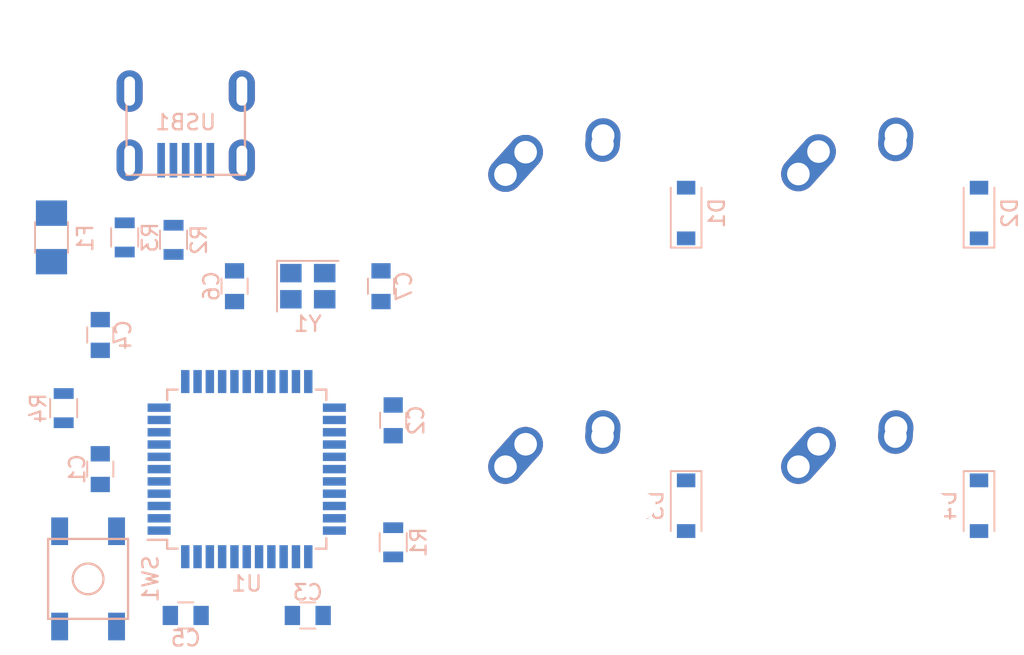
<source format=kicad_pcb>
(kicad_pcb (version 20171130) (host pcbnew "(5.1.6)-1")

  (general
    (thickness 1.6)
    (drawings 8)
    (tracks 0)
    (zones 0)
    (modules 24)
    (nets 49)
  )

  (page A4)
  (layers
    (0 F.Cu signal)
    (31 B.Cu signal)
    (32 B.Adhes user)
    (33 F.Adhes user)
    (34 B.Paste user)
    (35 F.Paste user)
    (36 B.SilkS user)
    (37 F.SilkS user)
    (38 B.Mask user)
    (39 F.Mask user)
    (40 Dwgs.User user)
    (41 Cmts.User user)
    (42 Eco1.User user)
    (43 Eco2.User user)
    (44 Edge.Cuts user)
    (45 Margin user)
    (46 B.CrtYd user)
    (47 F.CrtYd user)
    (48 B.Fab user)
    (49 F.Fab user)
  )

  (setup
    (last_trace_width 0.25)
    (trace_clearance 0.2)
    (zone_clearance 0.508)
    (zone_45_only no)
    (trace_min 0.2)
    (via_size 0.8)
    (via_drill 0.4)
    (via_min_size 0.4)
    (via_min_drill 0.3)
    (uvia_size 0.3)
    (uvia_drill 0.1)
    (uvias_allowed no)
    (uvia_min_size 0.2)
    (uvia_min_drill 0.1)
    (edge_width 0.05)
    (segment_width 0.2)
    (pcb_text_width 0.3)
    (pcb_text_size 1.5 1.5)
    (mod_edge_width 0.12)
    (mod_text_size 1 1)
    (mod_text_width 0.15)
    (pad_size 1.524 1.524)
    (pad_drill 0.762)
    (pad_to_mask_clearance 0.05)
    (aux_axis_origin 0 0)
    (visible_elements FFFDFF7F)
    (pcbplotparams
      (layerselection 0x010fc_ffffffff)
      (usegerberextensions false)
      (usegerberattributes true)
      (usegerberadvancedattributes true)
      (creategerberjobfile true)
      (excludeedgelayer true)
      (linewidth 0.100000)
      (plotframeref false)
      (viasonmask false)
      (mode 1)
      (useauxorigin false)
      (hpglpennumber 1)
      (hpglpenspeed 20)
      (hpglpendiameter 15.000000)
      (psnegative false)
      (psa4output false)
      (plotreference true)
      (plotvalue true)
      (plotinvisibletext false)
      (padsonsilk false)
      (subtractmaskfromsilk false)
      (outputformat 1)
      (mirror false)
      (drillshape 1)
      (scaleselection 1)
      (outputdirectory ""))
  )

  (net 0 "")
  (net 1 "Net-(C1-Pad1)")
  (net 2 GND)
  (net 3 +5V)
  (net 4 "Net-(C6-Pad1)")
  (net 5 "Net-(C7-Pad1)")
  (net 6 ROW0)
  (net 7 "Net-(D1-Pad2)")
  (net 8 ROW1)
  (net 9 "Net-(D2-Pad2)")
  (net 10 "Net-(D3-Pad2)")
  (net 11 "Net-(D4-Pad2)")
  (net 12 VCC)
  (net 13 COL0)
  (net 14 COL1)
  (net 15 "Net-(R1-Pad2)")
  (net 16 "Net-(R2-Pad1)")
  (net 17 D+)
  (net 18 "Net-(R3-Pad1)")
  (net 19 D-)
  (net 20 "Net-(R4-Pad2)")
  (net 21 "Net-(U1-Pad1)")
  (net 22 "Net-(U1-Pad8)")
  (net 23 "Net-(U1-Pad9)")
  (net 24 "Net-(U1-Pad10)")
  (net 25 "Net-(U1-Pad11)")
  (net 26 "Net-(U1-Pad12)")
  (net 27 "Net-(U1-Pad18)")
  (net 28 "Net-(U1-Pad19)")
  (net 29 "Net-(U1-Pad20)")
  (net 30 "Net-(U1-Pad21)")
  (net 31 "Net-(U1-Pad22)")
  (net 32 "Net-(U1-Pad25)")
  (net 33 "Net-(U1-Pad26)")
  (net 34 "Net-(U1-Pad27)")
  (net 35 "Net-(U1-Pad28)")
  (net 36 "Net-(U1-Pad29)")
  (net 37 "Net-(U1-Pad30)")
  (net 38 "Net-(U1-Pad31)")
  (net 39 "Net-(U1-Pad32)")
  (net 40 "Net-(U1-Pad36)")
  (net 41 "Net-(U1-Pad37)")
  (net 42 "Net-(U1-Pad38)")
  (net 43 "Net-(U1-Pad39)")
  (net 44 "Net-(U1-Pad40)")
  (net 45 "Net-(U1-Pad41)")
  (net 46 "Net-(U1-Pad42)")
  (net 47 "Net-(USB1-Pad6)")
  (net 48 "Net-(USB1-Pad2)")

  (net_class Default "This is the default net class."
    (clearance 0.2)
    (trace_width 0.25)
    (via_dia 0.8)
    (via_drill 0.4)
    (uvia_dia 0.3)
    (uvia_drill 0.1)
    (add_net COL0)
    (add_net COL1)
    (add_net D+)
    (add_net D-)
    (add_net "Net-(C1-Pad1)")
    (add_net "Net-(C6-Pad1)")
    (add_net "Net-(C7-Pad1)")
    (add_net "Net-(D1-Pad2)")
    (add_net "Net-(D2-Pad2)")
    (add_net "Net-(D3-Pad2)")
    (add_net "Net-(D4-Pad2)")
    (add_net "Net-(R1-Pad2)")
    (add_net "Net-(R2-Pad1)")
    (add_net "Net-(R3-Pad1)")
    (add_net "Net-(R4-Pad2)")
    (add_net "Net-(U1-Pad1)")
    (add_net "Net-(U1-Pad10)")
    (add_net "Net-(U1-Pad11)")
    (add_net "Net-(U1-Pad12)")
    (add_net "Net-(U1-Pad18)")
    (add_net "Net-(U1-Pad19)")
    (add_net "Net-(U1-Pad20)")
    (add_net "Net-(U1-Pad21)")
    (add_net "Net-(U1-Pad22)")
    (add_net "Net-(U1-Pad25)")
    (add_net "Net-(U1-Pad26)")
    (add_net "Net-(U1-Pad27)")
    (add_net "Net-(U1-Pad28)")
    (add_net "Net-(U1-Pad29)")
    (add_net "Net-(U1-Pad30)")
    (add_net "Net-(U1-Pad31)")
    (add_net "Net-(U1-Pad32)")
    (add_net "Net-(U1-Pad36)")
    (add_net "Net-(U1-Pad37)")
    (add_net "Net-(U1-Pad38)")
    (add_net "Net-(U1-Pad39)")
    (add_net "Net-(U1-Pad40)")
    (add_net "Net-(U1-Pad41)")
    (add_net "Net-(U1-Pad42)")
    (add_net "Net-(U1-Pad8)")
    (add_net "Net-(U1-Pad9)")
    (add_net "Net-(USB1-Pad2)")
    (add_net "Net-(USB1-Pad6)")
    (add_net ROW0)
    (add_net ROW1)
  )

  (net_class Power ""
    (clearance 0.2)
    (trace_width 0.38)
    (via_dia 0.8)
    (via_drill 0.4)
    (uvia_dia 0.3)
    (uvia_drill 0.1)
    (add_net +5V)
    (add_net GND)
    (add_net VCC)
  )

  (module Crystals:Crystal_SMD_3225-4pin_3.2x2.5mm (layer B.Cu) (tedit 58CD2E9C) (tstamp 5F025976)
    (at 151.60625 93.6625)
    (descr "SMD Crystal SERIES SMD3225/4 http://www.txccrystal.com/images/pdf/7m-accuracy.pdf, 3.2x2.5mm^2 package")
    (tags "SMD SMT crystal")
    (path /5F0289A2)
    (attr smd)
    (fp_text reference Y1 (at 0 2.45) (layer B.SilkS)
      (effects (font (size 1 1) (thickness 0.15)) (justify mirror))
    )
    (fp_text value 16MHz (at 0 -2.45) (layer B.Fab)
      (effects (font (size 1 1) (thickness 0.15)) (justify mirror))
    )
    (fp_line (start 2.1 1.7) (end -2.1 1.7) (layer B.CrtYd) (width 0.05))
    (fp_line (start 2.1 -1.7) (end 2.1 1.7) (layer B.CrtYd) (width 0.05))
    (fp_line (start -2.1 -1.7) (end 2.1 -1.7) (layer B.CrtYd) (width 0.05))
    (fp_line (start -2.1 1.7) (end -2.1 -1.7) (layer B.CrtYd) (width 0.05))
    (fp_line (start -2 -1.65) (end 2 -1.65) (layer B.SilkS) (width 0.12))
    (fp_line (start -2 1.65) (end -2 -1.65) (layer B.SilkS) (width 0.12))
    (fp_line (start -1.6 -0.25) (end -0.6 -1.25) (layer B.Fab) (width 0.1))
    (fp_line (start 1.6 1.25) (end -1.6 1.25) (layer B.Fab) (width 0.1))
    (fp_line (start 1.6 -1.25) (end 1.6 1.25) (layer B.Fab) (width 0.1))
    (fp_line (start -1.6 -1.25) (end 1.6 -1.25) (layer B.Fab) (width 0.1))
    (fp_line (start -1.6 1.25) (end -1.6 -1.25) (layer B.Fab) (width 0.1))
    (fp_text user %R (at 0 0) (layer B.Fab)
      (effects (font (size 0.7 0.7) (thickness 0.105)) (justify mirror))
    )
    (pad 1 smd rect (at -1.1 -0.85) (size 1.4 1.2) (layers B.Cu B.Paste B.Mask)
      (net 4 "Net-(C6-Pad1)"))
    (pad 2 smd rect (at 1.1 -0.85) (size 1.4 1.2) (layers B.Cu B.Paste B.Mask)
      (net 2 GND))
    (pad 3 smd rect (at 1.1 0.85) (size 1.4 1.2) (layers B.Cu B.Paste B.Mask)
      (net 5 "Net-(C7-Pad1)"))
    (pad 4 smd rect (at -1.1 0.85) (size 1.4 1.2) (layers B.Cu B.Paste B.Mask)
      (net 2 GND))
    (model ${KISYS3DMOD}/Crystals.3dshapes/Crystal_SMD_3225-4pin_3.2x2.5mm.wrl
      (at (xyz 0 0 0))
      (scale (xyz 1 1 1))
      (rotate (xyz 0 0 0))
    )
  )

  (module random-keyboard-parts:Molex-0548190589 (layer B.Cu) (tedit 5C494815) (tstamp 5F025973)
    (at 143.66875 80.9625 270)
    (path /5F023FBD)
    (attr smd)
    (fp_text reference USB1 (at 2.032 0 180) (layer B.SilkS)
      (effects (font (size 1 1) (thickness 0.15)) (justify mirror))
    )
    (fp_text value Molex-0548190589 (at -5.08 0 180) (layer Dwgs.User)
      (effects (font (size 1 1) (thickness 0.15)))
    )
    (fp_text user %R (at 2 0 180) (layer B.CrtYd)
      (effects (font (size 1 1) (thickness 0.15)) (justify mirror))
    )
    (fp_line (start -3.75 3.85) (end -3.75 -3.85) (layer Dwgs.User) (width 0.15))
    (fp_line (start -1.75 4.572) (end -1.75 -4.572) (layer Dwgs.User) (width 0.15))
    (fp_line (start -3.75 -3.85) (end 0 -3.85) (layer Dwgs.User) (width 0.15))
    (fp_line (start -3.75 3.85) (end 0 3.85) (layer Dwgs.User) (width 0.15))
    (fp_line (start 5.45 3.85) (end 5.45 -3.85) (layer B.SilkS) (width 0.15))
    (fp_line (start 0 -3.85) (end 5.45 -3.85) (layer B.SilkS) (width 0.15))
    (fp_line (start 0 3.85) (end 5.45 3.85) (layer B.SilkS) (width 0.15))
    (fp_line (start -3.75 3.75) (end 5.5 3.75) (layer B.CrtYd) (width 0.15))
    (fp_line (start 5.5 3.75) (end 5.5 -3.75) (layer B.CrtYd) (width 0.15))
    (fp_line (start 5.5 -3.75) (end -3.75 -3.75) (layer B.CrtYd) (width 0.15))
    (fp_line (start -3.75 -3.75) (end -3.75 3.75) (layer B.CrtYd) (width 0.15))
    (fp_line (start 5.5 2) (end 3.25 2) (layer B.CrtYd) (width 0.15))
    (fp_line (start 3.25 2) (end 3.25 -2) (layer B.CrtYd) (width 0.15))
    (fp_line (start 3.25 -2) (end 5.5 -2) (layer B.CrtYd) (width 0.15))
    (fp_line (start 5.5 -1.25) (end 3.25 -1.25) (layer B.CrtYd) (width 0.15))
    (fp_line (start 3.25 -0.5) (end 5.5 -0.5) (layer B.CrtYd) (width 0.15))
    (fp_line (start 5.5 0.5) (end 3.25 0.5) (layer B.CrtYd) (width 0.15))
    (fp_line (start 3.25 1.25) (end 5.5 1.25) (layer B.CrtYd) (width 0.15))
    (pad 6 thru_hole oval (at 0 3.65 270) (size 2.7 1.7) (drill oval 1.9 0.7) (layers *.Cu *.Mask)
      (net 47 "Net-(USB1-Pad6)"))
    (pad 6 thru_hole oval (at 0 -3.65 270) (size 2.7 1.7) (drill oval 1.9 0.7) (layers *.Cu *.Mask)
      (net 47 "Net-(USB1-Pad6)"))
    (pad 6 thru_hole oval (at 4.5 -3.65 270) (size 2.7 1.7) (drill oval 1.9 0.7) (layers *.Cu *.Mask)
      (net 47 "Net-(USB1-Pad6)"))
    (pad 6 thru_hole oval (at 4.5 3.65 270) (size 2.7 1.7) (drill oval 1.9 0.7) (layers *.Cu *.Mask)
      (net 47 "Net-(USB1-Pad6)"))
    (pad 5 smd rect (at 4.5 1.6 270) (size 2.25 0.5) (layers B.Cu B.Paste B.Mask)
      (net 12 VCC))
    (pad 4 smd rect (at 4.5 0.8 270) (size 2.25 0.5) (layers B.Cu B.Paste B.Mask)
      (net 19 D-))
    (pad 3 smd rect (at 4.5 0 270) (size 2.25 0.5) (layers B.Cu B.Paste B.Mask)
      (net 17 D+))
    (pad 2 smd rect (at 4.5 -0.8 270) (size 2.25 0.5) (layers B.Cu B.Paste B.Mask)
      (net 48 "Net-(USB1-Pad2)"))
    (pad 1 smd rect (at 4.5 -1.6 270) (size 2.25 0.5) (layers B.Cu B.Paste B.Mask)
      (net 2 GND))
  )

  (module Housings_QFP:TQFP-44_10x10mm_Pitch0.8mm (layer B.Cu) (tedit 58CC9A48) (tstamp 5F025953)
    (at 147.6375 105.56875)
    (descr "44-Lead Plastic Thin Quad Flatpack (PT) - 10x10x1.0 mm Body [TQFP] (see Microchip Packaging Specification 00000049BS.pdf)")
    (tags "QFP 0.8")
    (path /5F010F49)
    (attr smd)
    (fp_text reference U1 (at 0 7.45) (layer B.SilkS)
      (effects (font (size 1 1) (thickness 0.15)) (justify mirror))
    )
    (fp_text value ATmega32U4-AU (at 0 -7.45) (layer B.Fab)
      (effects (font (size 1 1) (thickness 0.15)) (justify mirror))
    )
    (fp_line (start -5.175 4.6) (end -6.45 4.6) (layer B.SilkS) (width 0.15))
    (fp_line (start 5.175 5.175) (end 4.5 5.175) (layer B.SilkS) (width 0.15))
    (fp_line (start 5.175 -5.175) (end 4.5 -5.175) (layer B.SilkS) (width 0.15))
    (fp_line (start -5.175 -5.175) (end -4.5 -5.175) (layer B.SilkS) (width 0.15))
    (fp_line (start -5.175 5.175) (end -4.5 5.175) (layer B.SilkS) (width 0.15))
    (fp_line (start -5.175 -5.175) (end -5.175 -4.5) (layer B.SilkS) (width 0.15))
    (fp_line (start 5.175 -5.175) (end 5.175 -4.5) (layer B.SilkS) (width 0.15))
    (fp_line (start 5.175 5.175) (end 5.175 4.5) (layer B.SilkS) (width 0.15))
    (fp_line (start -5.175 5.175) (end -5.175 4.6) (layer B.SilkS) (width 0.15))
    (fp_line (start -6.7 -6.7) (end 6.7 -6.7) (layer B.CrtYd) (width 0.05))
    (fp_line (start -6.7 6.7) (end 6.7 6.7) (layer B.CrtYd) (width 0.05))
    (fp_line (start 6.7 6.7) (end 6.7 -6.7) (layer B.CrtYd) (width 0.05))
    (fp_line (start -6.7 6.7) (end -6.7 -6.7) (layer B.CrtYd) (width 0.05))
    (fp_line (start -5 4) (end -4 5) (layer B.Fab) (width 0.15))
    (fp_line (start -5 -5) (end -5 4) (layer B.Fab) (width 0.15))
    (fp_line (start 5 -5) (end -5 -5) (layer B.Fab) (width 0.15))
    (fp_line (start 5 5) (end 5 -5) (layer B.Fab) (width 0.15))
    (fp_line (start -4 5) (end 5 5) (layer B.Fab) (width 0.15))
    (fp_text user %R (at 0 0) (layer B.Fab)
      (effects (font (size 1 1) (thickness 0.15)) (justify mirror))
    )
    (pad 1 smd rect (at -5.7 4) (size 1.5 0.55) (layers B.Cu B.Paste B.Mask)
      (net 21 "Net-(U1-Pad1)"))
    (pad 2 smd rect (at -5.7 3.2) (size 1.5 0.55) (layers B.Cu B.Paste B.Mask)
      (net 3 +5V))
    (pad 3 smd rect (at -5.7 2.4) (size 1.5 0.55) (layers B.Cu B.Paste B.Mask)
      (net 18 "Net-(R3-Pad1)"))
    (pad 4 smd rect (at -5.7 1.6) (size 1.5 0.55) (layers B.Cu B.Paste B.Mask)
      (net 16 "Net-(R2-Pad1)"))
    (pad 5 smd rect (at -5.7 0.8) (size 1.5 0.55) (layers B.Cu B.Paste B.Mask)
      (net 2 GND))
    (pad 6 smd rect (at -5.7 0) (size 1.5 0.55) (layers B.Cu B.Paste B.Mask)
      (net 1 "Net-(C1-Pad1)"))
    (pad 7 smd rect (at -5.7 -0.8) (size 1.5 0.55) (layers B.Cu B.Paste B.Mask)
      (net 3 +5V))
    (pad 8 smd rect (at -5.7 -1.6) (size 1.5 0.55) (layers B.Cu B.Paste B.Mask)
      (net 22 "Net-(U1-Pad8)"))
    (pad 9 smd rect (at -5.7 -2.4) (size 1.5 0.55) (layers B.Cu B.Paste B.Mask)
      (net 23 "Net-(U1-Pad9)"))
    (pad 10 smd rect (at -5.7 -3.2) (size 1.5 0.55) (layers B.Cu B.Paste B.Mask)
      (net 24 "Net-(U1-Pad10)"))
    (pad 11 smd rect (at -5.7 -4) (size 1.5 0.55) (layers B.Cu B.Paste B.Mask)
      (net 25 "Net-(U1-Pad11)"))
    (pad 12 smd rect (at -4 -5.7 270) (size 1.5 0.55) (layers B.Cu B.Paste B.Mask)
      (net 26 "Net-(U1-Pad12)"))
    (pad 13 smd rect (at -3.2 -5.7 270) (size 1.5 0.55) (layers B.Cu B.Paste B.Mask)
      (net 20 "Net-(R4-Pad2)"))
    (pad 14 smd rect (at -2.4 -5.7 270) (size 1.5 0.55) (layers B.Cu B.Paste B.Mask)
      (net 3 +5V))
    (pad 15 smd rect (at -1.6 -5.7 270) (size 1.5 0.55) (layers B.Cu B.Paste B.Mask)
      (net 2 GND))
    (pad 16 smd rect (at -0.8 -5.7 270) (size 1.5 0.55) (layers B.Cu B.Paste B.Mask)
      (net 5 "Net-(C7-Pad1)"))
    (pad 17 smd rect (at 0 -5.7 270) (size 1.5 0.55) (layers B.Cu B.Paste B.Mask)
      (net 4 "Net-(C6-Pad1)"))
    (pad 18 smd rect (at 0.8 -5.7 270) (size 1.5 0.55) (layers B.Cu B.Paste B.Mask)
      (net 27 "Net-(U1-Pad18)"))
    (pad 19 smd rect (at 1.6 -5.7 270) (size 1.5 0.55) (layers B.Cu B.Paste B.Mask)
      (net 28 "Net-(U1-Pad19)"))
    (pad 20 smd rect (at 2.4 -5.7 270) (size 1.5 0.55) (layers B.Cu B.Paste B.Mask)
      (net 29 "Net-(U1-Pad20)"))
    (pad 21 smd rect (at 3.2 -5.7 270) (size 1.5 0.55) (layers B.Cu B.Paste B.Mask)
      (net 30 "Net-(U1-Pad21)"))
    (pad 22 smd rect (at 4 -5.7 270) (size 1.5 0.55) (layers B.Cu B.Paste B.Mask)
      (net 31 "Net-(U1-Pad22)"))
    (pad 23 smd rect (at 5.7 -4) (size 1.5 0.55) (layers B.Cu B.Paste B.Mask)
      (net 2 GND))
    (pad 24 smd rect (at 5.7 -3.2) (size 1.5 0.55) (layers B.Cu B.Paste B.Mask)
      (net 3 +5V))
    (pad 25 smd rect (at 5.7 -2.4) (size 1.5 0.55) (layers B.Cu B.Paste B.Mask)
      (net 32 "Net-(U1-Pad25)"))
    (pad 26 smd rect (at 5.7 -1.6) (size 1.5 0.55) (layers B.Cu B.Paste B.Mask)
      (net 33 "Net-(U1-Pad26)"))
    (pad 27 smd rect (at 5.7 -0.8) (size 1.5 0.55) (layers B.Cu B.Paste B.Mask)
      (net 34 "Net-(U1-Pad27)"))
    (pad 28 smd rect (at 5.7 0) (size 1.5 0.55) (layers B.Cu B.Paste B.Mask)
      (net 35 "Net-(U1-Pad28)"))
    (pad 29 smd rect (at 5.7 0.8) (size 1.5 0.55) (layers B.Cu B.Paste B.Mask)
      (net 36 "Net-(U1-Pad29)"))
    (pad 30 smd rect (at 5.7 1.6) (size 1.5 0.55) (layers B.Cu B.Paste B.Mask)
      (net 37 "Net-(U1-Pad30)"))
    (pad 31 smd rect (at 5.7 2.4) (size 1.5 0.55) (layers B.Cu B.Paste B.Mask)
      (net 38 "Net-(U1-Pad31)"))
    (pad 32 smd rect (at 5.7 3.2) (size 1.5 0.55) (layers B.Cu B.Paste B.Mask)
      (net 39 "Net-(U1-Pad32)"))
    (pad 33 smd rect (at 5.7 4) (size 1.5 0.55) (layers B.Cu B.Paste B.Mask)
      (net 15 "Net-(R1-Pad2)"))
    (pad 34 smd rect (at 4 5.7 270) (size 1.5 0.55) (layers B.Cu B.Paste B.Mask)
      (net 3 +5V))
    (pad 35 smd rect (at 3.2 5.7 270) (size 1.5 0.55) (layers B.Cu B.Paste B.Mask)
      (net 2 GND))
    (pad 36 smd rect (at 2.4 5.7 270) (size 1.5 0.55) (layers B.Cu B.Paste B.Mask)
      (net 40 "Net-(U1-Pad36)"))
    (pad 37 smd rect (at 1.6 5.7 270) (size 1.5 0.55) (layers B.Cu B.Paste B.Mask)
      (net 41 "Net-(U1-Pad37)"))
    (pad 38 smd rect (at 0.8 5.7 270) (size 1.5 0.55) (layers B.Cu B.Paste B.Mask)
      (net 42 "Net-(U1-Pad38)"))
    (pad 39 smd rect (at 0 5.7 270) (size 1.5 0.55) (layers B.Cu B.Paste B.Mask)
      (net 43 "Net-(U1-Pad39)"))
    (pad 40 smd rect (at -0.8 5.7 270) (size 1.5 0.55) (layers B.Cu B.Paste B.Mask)
      (net 44 "Net-(U1-Pad40)"))
    (pad 41 smd rect (at -1.6 5.7 270) (size 1.5 0.55) (layers B.Cu B.Paste B.Mask)
      (net 45 "Net-(U1-Pad41)"))
    (pad 42 smd rect (at -2.4 5.7 270) (size 1.5 0.55) (layers B.Cu B.Paste B.Mask)
      (net 46 "Net-(U1-Pad42)"))
    (pad 43 smd rect (at -3.2 5.7 270) (size 1.5 0.55) (layers B.Cu B.Paste B.Mask)
      (net 2 GND))
    (pad 44 smd rect (at -4 5.7 270) (size 1.5 0.55) (layers B.Cu B.Paste B.Mask)
      (net 3 +5V))
    (model ${KISYS3DMOD}/Housings_QFP.3dshapes/TQFP-44_10x10mm_Pitch0.8mm.wrl
      (at (xyz 0 0 0))
      (scale (xyz 1 1 1))
      (rotate (xyz 0 0 0))
    )
  )

  (module random-keyboard-parts:SKQG-1155865 (layer B.Cu) (tedit 5E62B398) (tstamp 5F025950)
    (at 137.31875 112.7125 270)
    (path /5F0345AC)
    (attr smd)
    (fp_text reference SW1 (at 0 -4.064 90) (layer B.SilkS)
      (effects (font (size 1 1) (thickness 0.15)) (justify mirror))
    )
    (fp_text value SW_Push (at 0 4.064 90) (layer B.Fab)
      (effects (font (size 1 1) (thickness 0.15)) (justify mirror))
    )
    (fp_line (start -2.6 -1.1) (end -1.1 -2.6) (layer B.Fab) (width 0.15))
    (fp_line (start 2.6 -1.1) (end 1.1 -2.6) (layer B.Fab) (width 0.15))
    (fp_line (start 2.6 1.1) (end 1.1 2.6) (layer B.Fab) (width 0.15))
    (fp_line (start -2.6 1.1) (end -1.1 2.6) (layer B.Fab) (width 0.15))
    (fp_circle (center 0 0) (end 1 0) (layer B.Fab) (width 0.15))
    (fp_line (start -4.2 1.1) (end -4.2 2.6) (layer B.Fab) (width 0.15))
    (fp_line (start -2.6 1.1) (end -4.2 1.1) (layer B.Fab) (width 0.15))
    (fp_line (start -2.6 -1.1) (end -2.6 1.1) (layer B.Fab) (width 0.15))
    (fp_line (start -4.2 -1.1) (end -2.6 -1.1) (layer B.Fab) (width 0.15))
    (fp_line (start -4.2 -2.6) (end -4.2 -1.1) (layer B.Fab) (width 0.15))
    (fp_line (start 4.2 -2.6) (end -4.2 -2.6) (layer B.Fab) (width 0.15))
    (fp_line (start 4.2 -1.1) (end 4.2 -2.6) (layer B.Fab) (width 0.15))
    (fp_line (start 2.6 -1.1) (end 4.2 -1.1) (layer B.Fab) (width 0.15))
    (fp_line (start 2.6 1.1) (end 2.6 -1.1) (layer B.Fab) (width 0.15))
    (fp_line (start 4.2 1.1) (end 2.6 1.1) (layer B.Fab) (width 0.15))
    (fp_line (start 4.2 2.6) (end 4.2 1.2) (layer B.Fab) (width 0.15))
    (fp_line (start -4.2 2.6) (end 4.2 2.6) (layer B.Fab) (width 0.15))
    (fp_circle (center 0 0) (end 1 0) (layer B.SilkS) (width 0.15))
    (fp_line (start -2.6 -2.6) (end -2.6 2.6) (layer B.SilkS) (width 0.15))
    (fp_line (start 2.6 -2.6) (end -2.6 -2.6) (layer B.SilkS) (width 0.15))
    (fp_line (start 2.6 2.6) (end 2.6 -2.6) (layer B.SilkS) (width 0.15))
    (fp_line (start -2.6 2.6) (end 2.6 2.6) (layer B.SilkS) (width 0.15))
    (pad 4 smd rect (at -3.1 -1.85 270) (size 1.8 1.1) (layers B.Cu B.Paste B.Mask))
    (pad 3 smd rect (at 3.1 1.85 270) (size 1.8 1.1) (layers B.Cu B.Paste B.Mask))
    (pad 2 smd rect (at -3.1 1.85 270) (size 1.8 1.1) (layers B.Cu B.Paste B.Mask)
      (net 20 "Net-(R4-Pad2)"))
    (pad 1 smd rect (at 3.1 -1.85 270) (size 1.8 1.1) (layers B.Cu B.Paste B.Mask)
      (net 2 GND))
    (model ${KISYS3DMOD}/Button_Switch_SMD.3dshapes/SW_SPST_TL3342.step
      (at (xyz 0 0 0))
      (scale (xyz 1 1 1))
      (rotate (xyz 0 0 0))
    )
  )

  (module Resistors_SMD:R_0805 (layer B.Cu) (tedit 58E0A804) (tstamp 5F025932)
    (at 135.73125 101.6 270)
    (descr "Resistor SMD 0805, reflow soldering, Vishay (see dcrcw.pdf)")
    (tags "resistor 0805")
    (path /5F037262)
    (attr smd)
    (fp_text reference R4 (at 0 1.65 90) (layer B.SilkS)
      (effects (font (size 1 1) (thickness 0.15)) (justify mirror))
    )
    (fp_text value 10k (at 0 -1.75 90) (layer B.Fab)
      (effects (font (size 1 1) (thickness 0.15)) (justify mirror))
    )
    (fp_line (start 1.55 -0.9) (end -1.55 -0.9) (layer B.CrtYd) (width 0.05))
    (fp_line (start 1.55 -0.9) (end 1.55 0.9) (layer B.CrtYd) (width 0.05))
    (fp_line (start -1.55 0.9) (end -1.55 -0.9) (layer B.CrtYd) (width 0.05))
    (fp_line (start -1.55 0.9) (end 1.55 0.9) (layer B.CrtYd) (width 0.05))
    (fp_line (start -0.6 0.88) (end 0.6 0.88) (layer B.SilkS) (width 0.12))
    (fp_line (start 0.6 -0.88) (end -0.6 -0.88) (layer B.SilkS) (width 0.12))
    (fp_line (start -1 0.62) (end 1 0.62) (layer B.Fab) (width 0.1))
    (fp_line (start 1 0.62) (end 1 -0.62) (layer B.Fab) (width 0.1))
    (fp_line (start 1 -0.62) (end -1 -0.62) (layer B.Fab) (width 0.1))
    (fp_line (start -1 -0.62) (end -1 0.62) (layer B.Fab) (width 0.1))
    (fp_text user %R (at 0 0 90) (layer B.Fab)
      (effects (font (size 0.5 0.5) (thickness 0.075)) (justify mirror))
    )
    (pad 1 smd rect (at -0.95 0 270) (size 0.7 1.3) (layers B.Cu B.Paste B.Mask)
      (net 3 +5V))
    (pad 2 smd rect (at 0.95 0 270) (size 0.7 1.3) (layers B.Cu B.Paste B.Mask)
      (net 20 "Net-(R4-Pad2)"))
    (model ${KISYS3DMOD}/Resistors_SMD.3dshapes/R_0805.wrl
      (at (xyz 0 0 0))
      (scale (xyz 1 1 1))
      (rotate (xyz 0 0 0))
    )
  )

  (module Resistors_SMD:R_0805 (layer B.Cu) (tedit 58E0A804) (tstamp 5F02614E)
    (at 139.7 90.4875 90)
    (descr "Resistor SMD 0805, reflow soldering, Vishay (see dcrcw.pdf)")
    (tags "resistor 0805")
    (path /5F018238)
    (attr smd)
    (fp_text reference R3 (at 0 1.65 90) (layer B.SilkS)
      (effects (font (size 1 1) (thickness 0.15)) (justify mirror))
    )
    (fp_text value 22 (at 0 -1.75 90) (layer B.Fab)
      (effects (font (size 1 1) (thickness 0.15)) (justify mirror))
    )
    (fp_line (start 1.55 -0.9) (end -1.55 -0.9) (layer B.CrtYd) (width 0.05))
    (fp_line (start 1.55 -0.9) (end 1.55 0.9) (layer B.CrtYd) (width 0.05))
    (fp_line (start -1.55 0.9) (end -1.55 -0.9) (layer B.CrtYd) (width 0.05))
    (fp_line (start -1.55 0.9) (end 1.55 0.9) (layer B.CrtYd) (width 0.05))
    (fp_line (start -0.6 0.88) (end 0.6 0.88) (layer B.SilkS) (width 0.12))
    (fp_line (start 0.6 -0.88) (end -0.6 -0.88) (layer B.SilkS) (width 0.12))
    (fp_line (start -1 0.62) (end 1 0.62) (layer B.Fab) (width 0.1))
    (fp_line (start 1 0.62) (end 1 -0.62) (layer B.Fab) (width 0.1))
    (fp_line (start 1 -0.62) (end -1 -0.62) (layer B.Fab) (width 0.1))
    (fp_line (start -1 -0.62) (end -1 0.62) (layer B.Fab) (width 0.1))
    (fp_text user %R (at 0 0 90) (layer B.Fab)
      (effects (font (size 0.5 0.5) (thickness 0.075)) (justify mirror))
    )
    (pad 1 smd rect (at -0.95 0 90) (size 0.7 1.3) (layers B.Cu B.Paste B.Mask)
      (net 18 "Net-(R3-Pad1)"))
    (pad 2 smd rect (at 0.95 0 90) (size 0.7 1.3) (layers B.Cu B.Paste B.Mask)
      (net 19 D-))
    (model ${KISYS3DMOD}/Resistors_SMD.3dshapes/R_0805.wrl
      (at (xyz 0 0 0))
      (scale (xyz 1 1 1))
      (rotate (xyz 0 0 0))
    )
  )

  (module Resistors_SMD:R_0805 (layer B.Cu) (tedit 58E0A804) (tstamp 5F02592C)
    (at 142.875 90.64375 90)
    (descr "Resistor SMD 0805, reflow soldering, Vishay (see dcrcw.pdf)")
    (tags "resistor 0805")
    (path /5F0177BC)
    (attr smd)
    (fp_text reference R2 (at 0 1.65 90) (layer B.SilkS)
      (effects (font (size 1 1) (thickness 0.15)) (justify mirror))
    )
    (fp_text value 22 (at 0 -1.75 90) (layer B.Fab)
      (effects (font (size 1 1) (thickness 0.15)) (justify mirror))
    )
    (fp_line (start 1.55 -0.9) (end -1.55 -0.9) (layer B.CrtYd) (width 0.05))
    (fp_line (start 1.55 -0.9) (end 1.55 0.9) (layer B.CrtYd) (width 0.05))
    (fp_line (start -1.55 0.9) (end -1.55 -0.9) (layer B.CrtYd) (width 0.05))
    (fp_line (start -1.55 0.9) (end 1.55 0.9) (layer B.CrtYd) (width 0.05))
    (fp_line (start -0.6 0.88) (end 0.6 0.88) (layer B.SilkS) (width 0.12))
    (fp_line (start 0.6 -0.88) (end -0.6 -0.88) (layer B.SilkS) (width 0.12))
    (fp_line (start -1 0.62) (end 1 0.62) (layer B.Fab) (width 0.1))
    (fp_line (start 1 0.62) (end 1 -0.62) (layer B.Fab) (width 0.1))
    (fp_line (start 1 -0.62) (end -1 -0.62) (layer B.Fab) (width 0.1))
    (fp_line (start -1 -0.62) (end -1 0.62) (layer B.Fab) (width 0.1))
    (fp_text user %R (at 0 0 90) (layer B.Fab)
      (effects (font (size 0.5 0.5) (thickness 0.075)) (justify mirror))
    )
    (pad 1 smd rect (at -0.95 0 90) (size 0.7 1.3) (layers B.Cu B.Paste B.Mask)
      (net 16 "Net-(R2-Pad1)"))
    (pad 2 smd rect (at 0.95 0 90) (size 0.7 1.3) (layers B.Cu B.Paste B.Mask)
      (net 17 D+))
    (model ${KISYS3DMOD}/Resistors_SMD.3dshapes/R_0805.wrl
      (at (xyz 0 0 0))
      (scale (xyz 1 1 1))
      (rotate (xyz 0 0 0))
    )
  )

  (module Resistors_SMD:R_0805 (layer B.Cu) (tedit 58E0A804) (tstamp 5F025929)
    (at 157.1625 110.33125 90)
    (descr "Resistor SMD 0805, reflow soldering, Vishay (see dcrcw.pdf)")
    (tags "resistor 0805")
    (path /5F015A21)
    (attr smd)
    (fp_text reference R1 (at 0 1.65 90) (layer B.SilkS)
      (effects (font (size 1 1) (thickness 0.15)) (justify mirror))
    )
    (fp_text value 10k (at 0 -1.75 90) (layer B.Fab)
      (effects (font (size 1 1) (thickness 0.15)) (justify mirror))
    )
    (fp_line (start 1.55 -0.9) (end -1.55 -0.9) (layer B.CrtYd) (width 0.05))
    (fp_line (start 1.55 -0.9) (end 1.55 0.9) (layer B.CrtYd) (width 0.05))
    (fp_line (start -1.55 0.9) (end -1.55 -0.9) (layer B.CrtYd) (width 0.05))
    (fp_line (start -1.55 0.9) (end 1.55 0.9) (layer B.CrtYd) (width 0.05))
    (fp_line (start -0.6 0.88) (end 0.6 0.88) (layer B.SilkS) (width 0.12))
    (fp_line (start 0.6 -0.88) (end -0.6 -0.88) (layer B.SilkS) (width 0.12))
    (fp_line (start -1 0.62) (end 1 0.62) (layer B.Fab) (width 0.1))
    (fp_line (start 1 0.62) (end 1 -0.62) (layer B.Fab) (width 0.1))
    (fp_line (start 1 -0.62) (end -1 -0.62) (layer B.Fab) (width 0.1))
    (fp_line (start -1 -0.62) (end -1 0.62) (layer B.Fab) (width 0.1))
    (fp_text user %R (at 0 0 90) (layer B.Fab)
      (effects (font (size 0.5 0.5) (thickness 0.075)) (justify mirror))
    )
    (pad 1 smd rect (at -0.95 0 90) (size 0.7 1.3) (layers B.Cu B.Paste B.Mask)
      (net 2 GND))
    (pad 2 smd rect (at 0.95 0 90) (size 0.7 1.3) (layers B.Cu B.Paste B.Mask)
      (net 15 "Net-(R1-Pad2)"))
    (model ${KISYS3DMOD}/Resistors_SMD.3dshapes/R_0805.wrl
      (at (xyz 0 0 0))
      (scale (xyz 1 1 1))
      (rotate (xyz 0 0 0))
    )
  )

  (module MX_Alps_Hybrid:MX-1U-NoLED (layer F.Cu) (tedit 5A9F5203) (tstamp 5F025926)
    (at 187.325 107.95)
    (path /5F047878)
    (fp_text reference MX4 (at 0 3.175) (layer Dwgs.User)
      (effects (font (size 1 1) (thickness 0.15)))
    )
    (fp_text value MX-NoLED (at 0 -7.9375) (layer Dwgs.User)
      (effects (font (size 1 1) (thickness 0.15)))
    )
    (fp_line (start 5 -7) (end 7 -7) (layer Dwgs.User) (width 0.15))
    (fp_line (start 7 -7) (end 7 -5) (layer Dwgs.User) (width 0.15))
    (fp_line (start 5 7) (end 7 7) (layer Dwgs.User) (width 0.15))
    (fp_line (start 7 7) (end 7 5) (layer Dwgs.User) (width 0.15))
    (fp_line (start -7 5) (end -7 7) (layer Dwgs.User) (width 0.15))
    (fp_line (start -7 7) (end -5 7) (layer Dwgs.User) (width 0.15))
    (fp_line (start -5 -7) (end -7 -7) (layer Dwgs.User) (width 0.15))
    (fp_line (start -7 -7) (end -7 -5) (layer Dwgs.User) (width 0.15))
    (fp_line (start -9.525 -9.525) (end 9.525 -9.525) (layer Dwgs.User) (width 0.15))
    (fp_line (start 9.525 -9.525) (end 9.525 9.525) (layer Dwgs.User) (width 0.15))
    (fp_line (start 9.525 9.525) (end -9.525 9.525) (layer Dwgs.User) (width 0.15))
    (fp_line (start -9.525 9.525) (end -9.525 -9.525) (layer Dwgs.User) (width 0.15))
    (pad "" np_thru_hole circle (at 5.08 0 48.0996) (size 1.75 1.75) (drill 1.75) (layers *.Cu *.Mask))
    (pad "" np_thru_hole circle (at -5.08 0 48.0996) (size 1.75 1.75) (drill 1.75) (layers *.Cu *.Mask))
    (pad 1 thru_hole circle (at -2.5 -4) (size 2.25 2.25) (drill 1.47) (layers *.Cu B.Mask)
      (net 14 COL1))
    (pad "" np_thru_hole circle (at 0 0) (size 3.9878 3.9878) (drill 3.9878) (layers *.Cu *.Mask))
    (pad 1 thru_hole oval (at -3.81 -2.54 48.0996) (size 4.211556 2.25) (drill 1.47 (offset 0.980778 0)) (layers *.Cu B.Mask)
      (net 14 COL1))
    (pad 2 thru_hole circle (at 2.54 -5.08) (size 2.25 2.25) (drill 1.47) (layers *.Cu B.Mask)
      (net 11 "Net-(D4-Pad2)"))
    (pad 2 thru_hole oval (at 2.5 -4.5 86.0548) (size 2.831378 2.25) (drill 1.47 (offset 0.290689 0)) (layers *.Cu B.Mask)
      (net 11 "Net-(D4-Pad2)"))
  )

  (module MX_Alps_Hybrid:MX-1U-NoLED (layer F.Cu) (tedit 5A9F5203) (tstamp 5F02590F)
    (at 168.275 107.95)
    (path /5F042B31)
    (fp_text reference MX3 (at 0 3.175) (layer Dwgs.User)
      (effects (font (size 1 1) (thickness 0.15)))
    )
    (fp_text value MX-NoLED (at 0 -7.9375) (layer Dwgs.User)
      (effects (font (size 1 1) (thickness 0.15)))
    )
    (fp_line (start 5 -7) (end 7 -7) (layer Dwgs.User) (width 0.15))
    (fp_line (start 7 -7) (end 7 -5) (layer Dwgs.User) (width 0.15))
    (fp_line (start 5 7) (end 7 7) (layer Dwgs.User) (width 0.15))
    (fp_line (start 7 7) (end 7 5) (layer Dwgs.User) (width 0.15))
    (fp_line (start -7 5) (end -7 7) (layer Dwgs.User) (width 0.15))
    (fp_line (start -7 7) (end -5 7) (layer Dwgs.User) (width 0.15))
    (fp_line (start -5 -7) (end -7 -7) (layer Dwgs.User) (width 0.15))
    (fp_line (start -7 -7) (end -7 -5) (layer Dwgs.User) (width 0.15))
    (fp_line (start -9.525 -9.525) (end 9.525 -9.525) (layer Dwgs.User) (width 0.15))
    (fp_line (start 9.525 -9.525) (end 9.525 9.525) (layer Dwgs.User) (width 0.15))
    (fp_line (start 9.525 9.525) (end -9.525 9.525) (layer Dwgs.User) (width 0.15))
    (fp_line (start -9.525 9.525) (end -9.525 -9.525) (layer Dwgs.User) (width 0.15))
    (pad "" np_thru_hole circle (at 5.08 0 48.0996) (size 1.75 1.75) (drill 1.75) (layers *.Cu *.Mask))
    (pad "" np_thru_hole circle (at -5.08 0 48.0996) (size 1.75 1.75) (drill 1.75) (layers *.Cu *.Mask))
    (pad 1 thru_hole circle (at -2.5 -4) (size 2.25 2.25) (drill 1.47) (layers *.Cu B.Mask)
      (net 14 COL1))
    (pad "" np_thru_hole circle (at 0 0) (size 3.9878 3.9878) (drill 3.9878) (layers *.Cu *.Mask))
    (pad 1 thru_hole oval (at -3.81 -2.54 48.0996) (size 4.211556 2.25) (drill 1.47 (offset 0.980778 0)) (layers *.Cu B.Mask)
      (net 14 COL1))
    (pad 2 thru_hole circle (at 2.54 -5.08) (size 2.25 2.25) (drill 1.47) (layers *.Cu B.Mask)
      (net 10 "Net-(D3-Pad2)"))
    (pad 2 thru_hole oval (at 2.5 -4.5 86.0548) (size 2.831378 2.25) (drill 1.47 (offset 0.290689 0)) (layers *.Cu B.Mask)
      (net 10 "Net-(D3-Pad2)"))
  )

  (module MX_Alps_Hybrid:MX-1U-NoLED (layer F.Cu) (tedit 5A9F5203) (tstamp 5F0258F8)
    (at 187.325 88.9)
    (path /5F04504E)
    (fp_text reference MX2 (at 0 3.175) (layer Dwgs.User)
      (effects (font (size 1 1) (thickness 0.15)))
    )
    (fp_text value MX-NoLED (at 0 -7.9375) (layer Dwgs.User)
      (effects (font (size 1 1) (thickness 0.15)))
    )
    (fp_line (start 5 -7) (end 7 -7) (layer Dwgs.User) (width 0.15))
    (fp_line (start 7 -7) (end 7 -5) (layer Dwgs.User) (width 0.15))
    (fp_line (start 5 7) (end 7 7) (layer Dwgs.User) (width 0.15))
    (fp_line (start 7 7) (end 7 5) (layer Dwgs.User) (width 0.15))
    (fp_line (start -7 5) (end -7 7) (layer Dwgs.User) (width 0.15))
    (fp_line (start -7 7) (end -5 7) (layer Dwgs.User) (width 0.15))
    (fp_line (start -5 -7) (end -7 -7) (layer Dwgs.User) (width 0.15))
    (fp_line (start -7 -7) (end -7 -5) (layer Dwgs.User) (width 0.15))
    (fp_line (start -9.525 -9.525) (end 9.525 -9.525) (layer Dwgs.User) (width 0.15))
    (fp_line (start 9.525 -9.525) (end 9.525 9.525) (layer Dwgs.User) (width 0.15))
    (fp_line (start 9.525 9.525) (end -9.525 9.525) (layer Dwgs.User) (width 0.15))
    (fp_line (start -9.525 9.525) (end -9.525 -9.525) (layer Dwgs.User) (width 0.15))
    (pad "" np_thru_hole circle (at 5.08 0 48.0996) (size 1.75 1.75) (drill 1.75) (layers *.Cu *.Mask))
    (pad "" np_thru_hole circle (at -5.08 0 48.0996) (size 1.75 1.75) (drill 1.75) (layers *.Cu *.Mask))
    (pad 1 thru_hole circle (at -2.5 -4) (size 2.25 2.25) (drill 1.47) (layers *.Cu B.Mask)
      (net 13 COL0))
    (pad "" np_thru_hole circle (at 0 0) (size 3.9878 3.9878) (drill 3.9878) (layers *.Cu *.Mask))
    (pad 1 thru_hole oval (at -3.81 -2.54 48.0996) (size 4.211556 2.25) (drill 1.47 (offset 0.980778 0)) (layers *.Cu B.Mask)
      (net 13 COL0))
    (pad 2 thru_hole circle (at 2.54 -5.08) (size 2.25 2.25) (drill 1.47) (layers *.Cu B.Mask)
      (net 9 "Net-(D2-Pad2)"))
    (pad 2 thru_hole oval (at 2.5 -4.5 86.0548) (size 2.831378 2.25) (drill 1.47 (offset 0.290689 0)) (layers *.Cu B.Mask)
      (net 9 "Net-(D2-Pad2)"))
  )

  (module MX_Alps_Hybrid:MX-1U-NoLED (layer F.Cu) (tedit 5A9F5203) (tstamp 5F0258E1)
    (at 168.275 88.94)
    (path /5F03722E)
    (fp_text reference MX1 (at 0 3.175) (layer Dwgs.User)
      (effects (font (size 1 1) (thickness 0.15)))
    )
    (fp_text value MX-NoLED (at 0 -7.9375) (layer Dwgs.User)
      (effects (font (size 1 1) (thickness 0.15)))
    )
    (fp_line (start 5 -7) (end 7 -7) (layer Dwgs.User) (width 0.15))
    (fp_line (start 7 -7) (end 7 -5) (layer Dwgs.User) (width 0.15))
    (fp_line (start 5 7) (end 7 7) (layer Dwgs.User) (width 0.15))
    (fp_line (start 7 7) (end 7 5) (layer Dwgs.User) (width 0.15))
    (fp_line (start -7 5) (end -7 7) (layer Dwgs.User) (width 0.15))
    (fp_line (start -7 7) (end -5 7) (layer Dwgs.User) (width 0.15))
    (fp_line (start -5 -7) (end -7 -7) (layer Dwgs.User) (width 0.15))
    (fp_line (start -7 -7) (end -7 -5) (layer Dwgs.User) (width 0.15))
    (fp_line (start -9.525 -9.525) (end 9.525 -9.525) (layer Dwgs.User) (width 0.15))
    (fp_line (start 9.525 -9.525) (end 9.525 9.525) (layer Dwgs.User) (width 0.15))
    (fp_line (start 9.525 9.525) (end -9.525 9.525) (layer Dwgs.User) (width 0.15))
    (fp_line (start -9.525 9.525) (end -9.525 -9.525) (layer Dwgs.User) (width 0.15))
    (pad "" np_thru_hole circle (at 5.08 0 48.0996) (size 1.75 1.75) (drill 1.75) (layers *.Cu *.Mask))
    (pad "" np_thru_hole circle (at -5.08 0 48.0996) (size 1.75 1.75) (drill 1.75) (layers *.Cu *.Mask))
    (pad 1 thru_hole circle (at -2.5 -4) (size 2.25 2.25) (drill 1.47) (layers *.Cu B.Mask)
      (net 13 COL0))
    (pad "" np_thru_hole circle (at 0 0) (size 3.9878 3.9878) (drill 3.9878) (layers *.Cu *.Mask))
    (pad 1 thru_hole oval (at -3.81 -2.54 48.0996) (size 4.211556 2.25) (drill 1.47 (offset 0.980778 0)) (layers *.Cu B.Mask)
      (net 13 COL0))
    (pad 2 thru_hole circle (at 2.54 -5.08) (size 2.25 2.25) (drill 1.47) (layers *.Cu B.Mask)
      (net 7 "Net-(D1-Pad2)"))
    (pad 2 thru_hole oval (at 2.5 -4.5 86.0548) (size 2.831378 2.25) (drill 1.47 (offset 0.290689 0)) (layers *.Cu B.Mask)
      (net 7 "Net-(D1-Pad2)"))
  )

  (module Fuse_Holders_and_Fuses:Fuse_SMD1206_Wave (layer B.Cu) (tedit 0) (tstamp 5F0258CA)
    (at 134.9375 90.4875 90)
    (descr "Fuse, Sicherung, SMD1206, Littlefuse-Wickmann 433 Series, Wave,")
    (tags "Fuse Sicherung SMD1206 Littlefuse-Wickmann 433 Series Wave ")
    (path /5F02C5E8)
    (attr smd)
    (fp_text reference F1 (at -0.05 2.2 90) (layer B.SilkS)
      (effects (font (size 1 1) (thickness 0.15)) (justify mirror))
    )
    (fp_text value 500mA (at -0.15 -2.5 90) (layer B.Fab)
      (effects (font (size 1 1) (thickness 0.15)) (justify mirror))
    )
    (fp_line (start 2.85 -1.08) (end -2.85 -1.08) (layer B.CrtYd) (width 0.05))
    (fp_line (start 2.85 -1.08) (end 2.85 1.08) (layer B.CrtYd) (width 0.05))
    (fp_line (start -2.85 1.08) (end -2.85 -1.08) (layer B.CrtYd) (width 0.05))
    (fp_line (start -2.85 1.08) (end 2.85 1.08) (layer B.CrtYd) (width 0.05))
    (fp_line (start -1 1.07) (end 1 1.07) (layer B.SilkS) (width 0.12))
    (fp_line (start 1 -1.07) (end -1 -1.07) (layer B.SilkS) (width 0.12))
    (fp_line (start -1.6 0.8) (end 1.6 0.8) (layer B.Fab) (width 0.1))
    (fp_line (start 1.6 0.8) (end 1.6 -0.8) (layer B.Fab) (width 0.1))
    (fp_line (start 1.6 -0.8) (end -1.6 -0.8) (layer B.Fab) (width 0.1))
    (fp_line (start -1.6 -0.8) (end -1.6 0.8) (layer B.Fab) (width 0.1))
    (pad 1 smd rect (at -1.58 0) (size 2.03 1.65) (layers B.Cu B.Paste B.Mask)
      (net 3 +5V))
    (pad 2 smd rect (at 1.58 0) (size 2.03 1.65) (layers B.Cu B.Paste B.Mask)
      (net 12 VCC))
  )

  (module Diodes_SMD:D_SOD-123 (layer B.Cu) (tedit 58645DC7) (tstamp 5F0258C7)
    (at 195.2625 107.95 270)
    (descr SOD-123)
    (tags SOD-123)
    (path /5F047882)
    (attr smd)
    (fp_text reference D4 (at 0 2 90) (layer B.SilkS)
      (effects (font (size 1 1) (thickness 0.15)) (justify mirror))
    )
    (fp_text value D_Small (at 0 -2.1 90) (layer B.Fab)
      (effects (font (size 1 1) (thickness 0.15)) (justify mirror))
    )
    (fp_line (start -2.25 1) (end 1.65 1) (layer B.SilkS) (width 0.12))
    (fp_line (start -2.25 -1) (end 1.65 -1) (layer B.SilkS) (width 0.12))
    (fp_line (start -2.35 1.15) (end -2.35 -1.15) (layer B.CrtYd) (width 0.05))
    (fp_line (start 2.35 -1.15) (end -2.35 -1.15) (layer B.CrtYd) (width 0.05))
    (fp_line (start 2.35 1.15) (end 2.35 -1.15) (layer B.CrtYd) (width 0.05))
    (fp_line (start -2.35 1.15) (end 2.35 1.15) (layer B.CrtYd) (width 0.05))
    (fp_line (start -1.4 0.9) (end 1.4 0.9) (layer B.Fab) (width 0.1))
    (fp_line (start 1.4 0.9) (end 1.4 -0.9) (layer B.Fab) (width 0.1))
    (fp_line (start 1.4 -0.9) (end -1.4 -0.9) (layer B.Fab) (width 0.1))
    (fp_line (start -1.4 -0.9) (end -1.4 0.9) (layer B.Fab) (width 0.1))
    (fp_line (start -0.75 0) (end -0.35 0) (layer B.Fab) (width 0.1))
    (fp_line (start -0.35 0) (end -0.35 0.55) (layer B.Fab) (width 0.1))
    (fp_line (start -0.35 0) (end -0.35 -0.55) (layer B.Fab) (width 0.1))
    (fp_line (start -0.35 0) (end 0.25 0.4) (layer B.Fab) (width 0.1))
    (fp_line (start 0.25 0.4) (end 0.25 -0.4) (layer B.Fab) (width 0.1))
    (fp_line (start 0.25 -0.4) (end -0.35 0) (layer B.Fab) (width 0.1))
    (fp_line (start 0.25 0) (end 0.75 0) (layer B.Fab) (width 0.1))
    (fp_line (start -2.25 1) (end -2.25 -1) (layer B.SilkS) (width 0.12))
    (fp_text user %R (at 0 2 90) (layer B.Fab)
      (effects (font (size 1 1) (thickness 0.15)) (justify mirror))
    )
    (pad 1 smd rect (at -1.65 0 270) (size 0.9 1.2) (layers B.Cu B.Paste B.Mask)
      (net 8 ROW1))
    (pad 2 smd rect (at 1.65 0 270) (size 0.9 1.2) (layers B.Cu B.Paste B.Mask)
      (net 11 "Net-(D4-Pad2)"))
    (model ${KISYS3DMOD}/Diodes_SMD.3dshapes/D_SOD-123.wrl
      (at (xyz 0 0 0))
      (scale (xyz 1 1 1))
      (rotate (xyz 0 0 0))
    )
  )

  (module Diodes_SMD:D_SOD-123 (layer B.Cu) (tedit 58645DC7) (tstamp 5F0258C4)
    (at 176.2125 107.95 270)
    (descr SOD-123)
    (tags SOD-123)
    (path /5F042B3B)
    (attr smd)
    (fp_text reference D3 (at 0 2 90) (layer B.SilkS)
      (effects (font (size 1 1) (thickness 0.15)) (justify mirror))
    )
    (fp_text value D_Small (at 0 -2.1 90) (layer B.Fab)
      (effects (font (size 1 1) (thickness 0.15)) (justify mirror))
    )
    (fp_line (start -2.25 1) (end 1.65 1) (layer B.SilkS) (width 0.12))
    (fp_line (start -2.25 -1) (end 1.65 -1) (layer B.SilkS) (width 0.12))
    (fp_line (start -2.35 1.15) (end -2.35 -1.15) (layer B.CrtYd) (width 0.05))
    (fp_line (start 2.35 -1.15) (end -2.35 -1.15) (layer B.CrtYd) (width 0.05))
    (fp_line (start 2.35 1.15) (end 2.35 -1.15) (layer B.CrtYd) (width 0.05))
    (fp_line (start -2.35 1.15) (end 2.35 1.15) (layer B.CrtYd) (width 0.05))
    (fp_line (start -1.4 0.9) (end 1.4 0.9) (layer B.Fab) (width 0.1))
    (fp_line (start 1.4 0.9) (end 1.4 -0.9) (layer B.Fab) (width 0.1))
    (fp_line (start 1.4 -0.9) (end -1.4 -0.9) (layer B.Fab) (width 0.1))
    (fp_line (start -1.4 -0.9) (end -1.4 0.9) (layer B.Fab) (width 0.1))
    (fp_line (start -0.75 0) (end -0.35 0) (layer B.Fab) (width 0.1))
    (fp_line (start -0.35 0) (end -0.35 0.55) (layer B.Fab) (width 0.1))
    (fp_line (start -0.35 0) (end -0.35 -0.55) (layer B.Fab) (width 0.1))
    (fp_line (start -0.35 0) (end 0.25 0.4) (layer B.Fab) (width 0.1))
    (fp_line (start 0.25 0.4) (end 0.25 -0.4) (layer B.Fab) (width 0.1))
    (fp_line (start 0.25 -0.4) (end -0.35 0) (layer B.Fab) (width 0.1))
    (fp_line (start 0.25 0) (end 0.75 0) (layer B.Fab) (width 0.1))
    (fp_line (start -2.25 1) (end -2.25 -1) (layer B.SilkS) (width 0.12))
    (fp_text user %R (at 0 2 90) (layer B.Fab)
      (effects (font (size 1 1) (thickness 0.15)) (justify mirror))
    )
    (pad 1 smd rect (at -1.65 0 270) (size 0.9 1.2) (layers B.Cu B.Paste B.Mask)
      (net 6 ROW0))
    (pad 2 smd rect (at 1.65 0 270) (size 0.9 1.2) (layers B.Cu B.Paste B.Mask)
      (net 10 "Net-(D3-Pad2)"))
    (model ${KISYS3DMOD}/Diodes_SMD.3dshapes/D_SOD-123.wrl
      (at (xyz 0 0 0))
      (scale (xyz 1 1 1))
      (rotate (xyz 0 0 0))
    )
  )

  (module Diodes_SMD:D_SOD-123 (layer B.Cu) (tedit 58645DC7) (tstamp 5F0258C1)
    (at 195.2625 88.9 90)
    (descr SOD-123)
    (tags SOD-123)
    (path /5F045058)
    (attr smd)
    (fp_text reference D2 (at 0 2 90) (layer B.SilkS)
      (effects (font (size 1 1) (thickness 0.15)) (justify mirror))
    )
    (fp_text value D_Small (at 0 -2.1 90) (layer B.Fab)
      (effects (font (size 1 1) (thickness 0.15)) (justify mirror))
    )
    (fp_line (start -2.25 1) (end 1.65 1) (layer B.SilkS) (width 0.12))
    (fp_line (start -2.25 -1) (end 1.65 -1) (layer B.SilkS) (width 0.12))
    (fp_line (start -2.35 1.15) (end -2.35 -1.15) (layer B.CrtYd) (width 0.05))
    (fp_line (start 2.35 -1.15) (end -2.35 -1.15) (layer B.CrtYd) (width 0.05))
    (fp_line (start 2.35 1.15) (end 2.35 -1.15) (layer B.CrtYd) (width 0.05))
    (fp_line (start -2.35 1.15) (end 2.35 1.15) (layer B.CrtYd) (width 0.05))
    (fp_line (start -1.4 0.9) (end 1.4 0.9) (layer B.Fab) (width 0.1))
    (fp_line (start 1.4 0.9) (end 1.4 -0.9) (layer B.Fab) (width 0.1))
    (fp_line (start 1.4 -0.9) (end -1.4 -0.9) (layer B.Fab) (width 0.1))
    (fp_line (start -1.4 -0.9) (end -1.4 0.9) (layer B.Fab) (width 0.1))
    (fp_line (start -0.75 0) (end -0.35 0) (layer B.Fab) (width 0.1))
    (fp_line (start -0.35 0) (end -0.35 0.55) (layer B.Fab) (width 0.1))
    (fp_line (start -0.35 0) (end -0.35 -0.55) (layer B.Fab) (width 0.1))
    (fp_line (start -0.35 0) (end 0.25 0.4) (layer B.Fab) (width 0.1))
    (fp_line (start 0.25 0.4) (end 0.25 -0.4) (layer B.Fab) (width 0.1))
    (fp_line (start 0.25 -0.4) (end -0.35 0) (layer B.Fab) (width 0.1))
    (fp_line (start 0.25 0) (end 0.75 0) (layer B.Fab) (width 0.1))
    (fp_line (start -2.25 1) (end -2.25 -1) (layer B.SilkS) (width 0.12))
    (fp_text user %R (at 0 2 90) (layer B.Fab)
      (effects (font (size 1 1) (thickness 0.15)) (justify mirror))
    )
    (pad 1 smd rect (at -1.65 0 90) (size 0.9 1.2) (layers B.Cu B.Paste B.Mask)
      (net 8 ROW1))
    (pad 2 smd rect (at 1.65 0 90) (size 0.9 1.2) (layers B.Cu B.Paste B.Mask)
      (net 9 "Net-(D2-Pad2)"))
    (model ${KISYS3DMOD}/Diodes_SMD.3dshapes/D_SOD-123.wrl
      (at (xyz 0 0 0))
      (scale (xyz 1 1 1))
      (rotate (xyz 0 0 0))
    )
  )

  (module Diodes_SMD:D_SOD-123 (layer B.Cu) (tedit 58645DC7) (tstamp 5F0258BE)
    (at 176.2125 88.9 90)
    (descr SOD-123)
    (tags SOD-123)
    (path /5F03805F)
    (attr smd)
    (fp_text reference D1 (at 0 2 270) (layer B.SilkS)
      (effects (font (size 1 1) (thickness 0.15)) (justify mirror))
    )
    (fp_text value D_Small (at 0 -2.1 270) (layer B.Fab)
      (effects (font (size 1 1) (thickness 0.15)) (justify mirror))
    )
    (fp_line (start -2.25 1) (end 1.65 1) (layer B.SilkS) (width 0.12))
    (fp_line (start -2.25 -1) (end 1.65 -1) (layer B.SilkS) (width 0.12))
    (fp_line (start -2.35 1.15) (end -2.35 -1.15) (layer B.CrtYd) (width 0.05))
    (fp_line (start 2.35 -1.15) (end -2.35 -1.15) (layer B.CrtYd) (width 0.05))
    (fp_line (start 2.35 1.15) (end 2.35 -1.15) (layer B.CrtYd) (width 0.05))
    (fp_line (start -2.35 1.15) (end 2.35 1.15) (layer B.CrtYd) (width 0.05))
    (fp_line (start -1.4 0.9) (end 1.4 0.9) (layer B.Fab) (width 0.1))
    (fp_line (start 1.4 0.9) (end 1.4 -0.9) (layer B.Fab) (width 0.1))
    (fp_line (start 1.4 -0.9) (end -1.4 -0.9) (layer B.Fab) (width 0.1))
    (fp_line (start -1.4 -0.9) (end -1.4 0.9) (layer B.Fab) (width 0.1))
    (fp_line (start -0.75 0) (end -0.35 0) (layer B.Fab) (width 0.1))
    (fp_line (start -0.35 0) (end -0.35 0.55) (layer B.Fab) (width 0.1))
    (fp_line (start -0.35 0) (end -0.35 -0.55) (layer B.Fab) (width 0.1))
    (fp_line (start -0.35 0) (end 0.25 0.4) (layer B.Fab) (width 0.1))
    (fp_line (start 0.25 0.4) (end 0.25 -0.4) (layer B.Fab) (width 0.1))
    (fp_line (start 0.25 -0.4) (end -0.35 0) (layer B.Fab) (width 0.1))
    (fp_line (start 0.25 0) (end 0.75 0) (layer B.Fab) (width 0.1))
    (fp_line (start -2.25 1) (end -2.25 -1) (layer B.SilkS) (width 0.12))
    (fp_text user %R (at 0 2 270) (layer B.Fab)
      (effects (font (size 1 1) (thickness 0.15)) (justify mirror))
    )
    (pad 1 smd rect (at -1.65 0 90) (size 0.9 1.2) (layers B.Cu B.Paste B.Mask)
      (net 6 ROW0))
    (pad 2 smd rect (at 1.65 0 90) (size 0.9 1.2) (layers B.Cu B.Paste B.Mask)
      (net 7 "Net-(D1-Pad2)"))
    (model ${KISYS3DMOD}/Diodes_SMD.3dshapes/D_SOD-123.wrl
      (at (xyz 0 0 0))
      (scale (xyz 1 1 1))
      (rotate (xyz 0 0 0))
    )
  )

  (module Capacitors_SMD:C_0805 (layer B.Cu) (tedit 58AA8463) (tstamp 5F0258BB)
    (at 156.36875 93.6625 90)
    (descr "Capacitor SMD 0805, reflow soldering, AVX (see smccp.pdf)")
    (tags "capacitor 0805")
    (path /5F02C820)
    (attr smd)
    (fp_text reference C7 (at 0 1.5 90) (layer B.SilkS)
      (effects (font (size 1 1) (thickness 0.15)) (justify mirror))
    )
    (fp_text value 22pF (at 0 -1.75 90) (layer B.Fab)
      (effects (font (size 1 1) (thickness 0.15)) (justify mirror))
    )
    (fp_line (start 1.75 -0.87) (end -1.75 -0.87) (layer B.CrtYd) (width 0.05))
    (fp_line (start 1.75 -0.87) (end 1.75 0.88) (layer B.CrtYd) (width 0.05))
    (fp_line (start -1.75 0.88) (end -1.75 -0.87) (layer B.CrtYd) (width 0.05))
    (fp_line (start -1.75 0.88) (end 1.75 0.88) (layer B.CrtYd) (width 0.05))
    (fp_line (start -0.5 -0.85) (end 0.5 -0.85) (layer B.SilkS) (width 0.12))
    (fp_line (start 0.5 0.85) (end -0.5 0.85) (layer B.SilkS) (width 0.12))
    (fp_line (start -1 0.62) (end 1 0.62) (layer B.Fab) (width 0.1))
    (fp_line (start 1 0.62) (end 1 -0.62) (layer B.Fab) (width 0.1))
    (fp_line (start 1 -0.62) (end -1 -0.62) (layer B.Fab) (width 0.1))
    (fp_line (start -1 -0.62) (end -1 0.62) (layer B.Fab) (width 0.1))
    (fp_text user %R (at 0 1.5 90) (layer B.Fab)
      (effects (font (size 1 1) (thickness 0.15)) (justify mirror))
    )
    (pad 1 smd rect (at -1 0 90) (size 1 1.25) (layers B.Cu B.Paste B.Mask)
      (net 5 "Net-(C7-Pad1)"))
    (pad 2 smd rect (at 1 0 90) (size 1 1.25) (layers B.Cu B.Paste B.Mask)
      (net 2 GND))
    (model Capacitors_SMD.3dshapes/C_0805.wrl
      (at (xyz 0 0 0))
      (scale (xyz 1 1 1))
      (rotate (xyz 0 0 0))
    )
  )

  (module Capacitors_SMD:C_0805 (layer B.Cu) (tedit 58AA8463) (tstamp 5F0258B8)
    (at 146.84375 93.6625 270)
    (descr "Capacitor SMD 0805, reflow soldering, AVX (see smccp.pdf)")
    (tags "capacitor 0805")
    (path /5F02BD1C)
    (attr smd)
    (fp_text reference C6 (at 0 1.5 90) (layer B.SilkS)
      (effects (font (size 1 1) (thickness 0.15)) (justify mirror))
    )
    (fp_text value 22pF (at 0 -1.75 90) (layer B.Fab)
      (effects (font (size 1 1) (thickness 0.15)) (justify mirror))
    )
    (fp_line (start 1.75 -0.87) (end -1.75 -0.87) (layer B.CrtYd) (width 0.05))
    (fp_line (start 1.75 -0.87) (end 1.75 0.88) (layer B.CrtYd) (width 0.05))
    (fp_line (start -1.75 0.88) (end -1.75 -0.87) (layer B.CrtYd) (width 0.05))
    (fp_line (start -1.75 0.88) (end 1.75 0.88) (layer B.CrtYd) (width 0.05))
    (fp_line (start -0.5 -0.85) (end 0.5 -0.85) (layer B.SilkS) (width 0.12))
    (fp_line (start 0.5 0.85) (end -0.5 0.85) (layer B.SilkS) (width 0.12))
    (fp_line (start -1 0.62) (end 1 0.62) (layer B.Fab) (width 0.1))
    (fp_line (start 1 0.62) (end 1 -0.62) (layer B.Fab) (width 0.1))
    (fp_line (start 1 -0.62) (end -1 -0.62) (layer B.Fab) (width 0.1))
    (fp_line (start -1 -0.62) (end -1 0.62) (layer B.Fab) (width 0.1))
    (fp_text user %R (at 0 1.5 90) (layer B.Fab)
      (effects (font (size 1 1) (thickness 0.15)) (justify mirror))
    )
    (pad 1 smd rect (at -1 0 270) (size 1 1.25) (layers B.Cu B.Paste B.Mask)
      (net 4 "Net-(C6-Pad1)"))
    (pad 2 smd rect (at 1 0 270) (size 1 1.25) (layers B.Cu B.Paste B.Mask)
      (net 2 GND))
    (model Capacitors_SMD.3dshapes/C_0805.wrl
      (at (xyz 0 0 0))
      (scale (xyz 1 1 1))
      (rotate (xyz 0 0 0))
    )
  )

  (module Capacitors_SMD:C_0805 (layer B.Cu) (tedit 58AA8463) (tstamp 5F0258B5)
    (at 143.66875 115.09375)
    (descr "Capacitor SMD 0805, reflow soldering, AVX (see smccp.pdf)")
    (tags "capacitor 0805")
    (path /5F01F36B)
    (attr smd)
    (fp_text reference C5 (at 0 1.5) (layer B.SilkS)
      (effects (font (size 1 1) (thickness 0.15)) (justify mirror))
    )
    (fp_text value 10uF (at 0 -1.75) (layer B.Fab)
      (effects (font (size 1 1) (thickness 0.15)) (justify mirror))
    )
    (fp_line (start 1.75 -0.87) (end -1.75 -0.87) (layer B.CrtYd) (width 0.05))
    (fp_line (start 1.75 -0.87) (end 1.75 0.88) (layer B.CrtYd) (width 0.05))
    (fp_line (start -1.75 0.88) (end -1.75 -0.87) (layer B.CrtYd) (width 0.05))
    (fp_line (start -1.75 0.88) (end 1.75 0.88) (layer B.CrtYd) (width 0.05))
    (fp_line (start -0.5 -0.85) (end 0.5 -0.85) (layer B.SilkS) (width 0.12))
    (fp_line (start 0.5 0.85) (end -0.5 0.85) (layer B.SilkS) (width 0.12))
    (fp_line (start -1 0.62) (end 1 0.62) (layer B.Fab) (width 0.1))
    (fp_line (start 1 0.62) (end 1 -0.62) (layer B.Fab) (width 0.1))
    (fp_line (start 1 -0.62) (end -1 -0.62) (layer B.Fab) (width 0.1))
    (fp_line (start -1 -0.62) (end -1 0.62) (layer B.Fab) (width 0.1))
    (fp_text user %R (at 0 1.5) (layer B.Fab)
      (effects (font (size 1 1) (thickness 0.15)) (justify mirror))
    )
    (pad 1 smd rect (at -1 0) (size 1 1.25) (layers B.Cu B.Paste B.Mask)
      (net 3 +5V))
    (pad 2 smd rect (at 1 0) (size 1 1.25) (layers B.Cu B.Paste B.Mask)
      (net 2 GND))
    (model Capacitors_SMD.3dshapes/C_0805.wrl
      (at (xyz 0 0 0))
      (scale (xyz 1 1 1))
      (rotate (xyz 0 0 0))
    )
  )

  (module Capacitors_SMD:C_0805 (layer B.Cu) (tedit 58AA8463) (tstamp 5F0258B2)
    (at 138.1125 96.8375 90)
    (descr "Capacitor SMD 0805, reflow soldering, AVX (see smccp.pdf)")
    (tags "capacitor 0805")
    (path /5F01ED36)
    (attr smd)
    (fp_text reference C4 (at 0 1.5 90) (layer B.SilkS)
      (effects (font (size 1 1) (thickness 0.15)) (justify mirror))
    )
    (fp_text value 0.1uF (at 0 -1.75 90) (layer B.Fab)
      (effects (font (size 1 1) (thickness 0.15)) (justify mirror))
    )
    (fp_line (start 1.75 -0.87) (end -1.75 -0.87) (layer B.CrtYd) (width 0.05))
    (fp_line (start 1.75 -0.87) (end 1.75 0.88) (layer B.CrtYd) (width 0.05))
    (fp_line (start -1.75 0.88) (end -1.75 -0.87) (layer B.CrtYd) (width 0.05))
    (fp_line (start -1.75 0.88) (end 1.75 0.88) (layer B.CrtYd) (width 0.05))
    (fp_line (start -0.5 -0.85) (end 0.5 -0.85) (layer B.SilkS) (width 0.12))
    (fp_line (start 0.5 0.85) (end -0.5 0.85) (layer B.SilkS) (width 0.12))
    (fp_line (start -1 0.62) (end 1 0.62) (layer B.Fab) (width 0.1))
    (fp_line (start 1 0.62) (end 1 -0.62) (layer B.Fab) (width 0.1))
    (fp_line (start 1 -0.62) (end -1 -0.62) (layer B.Fab) (width 0.1))
    (fp_line (start -1 -0.62) (end -1 0.62) (layer B.Fab) (width 0.1))
    (fp_text user %R (at 0 1.5 90) (layer B.Fab)
      (effects (font (size 1 1) (thickness 0.15)) (justify mirror))
    )
    (pad 1 smd rect (at -1 0 90) (size 1 1.25) (layers B.Cu B.Paste B.Mask)
      (net 3 +5V))
    (pad 2 smd rect (at 1 0 90) (size 1 1.25) (layers B.Cu B.Paste B.Mask)
      (net 2 GND))
    (model Capacitors_SMD.3dshapes/C_0805.wrl
      (at (xyz 0 0 0))
      (scale (xyz 1 1 1))
      (rotate (xyz 0 0 0))
    )
  )

  (module Capacitors_SMD:C_0805 (layer B.Cu) (tedit 58AA8463) (tstamp 5F0258AF)
    (at 151.60625 115.09375 180)
    (descr "Capacitor SMD 0805, reflow soldering, AVX (see smccp.pdf)")
    (tags "capacitor 0805")
    (path /5F01DE0B)
    (attr smd)
    (fp_text reference C3 (at 0 1.5) (layer B.SilkS)
      (effects (font (size 1 1) (thickness 0.15)) (justify mirror))
    )
    (fp_text value 0.1uF (at 0 -1.75) (layer B.Fab)
      (effects (font (size 1 1) (thickness 0.15)) (justify mirror))
    )
    (fp_line (start 1.75 -0.87) (end -1.75 -0.87) (layer B.CrtYd) (width 0.05))
    (fp_line (start 1.75 -0.87) (end 1.75 0.88) (layer B.CrtYd) (width 0.05))
    (fp_line (start -1.75 0.88) (end -1.75 -0.87) (layer B.CrtYd) (width 0.05))
    (fp_line (start -1.75 0.88) (end 1.75 0.88) (layer B.CrtYd) (width 0.05))
    (fp_line (start -0.5 -0.85) (end 0.5 -0.85) (layer B.SilkS) (width 0.12))
    (fp_line (start 0.5 0.85) (end -0.5 0.85) (layer B.SilkS) (width 0.12))
    (fp_line (start -1 0.62) (end 1 0.62) (layer B.Fab) (width 0.1))
    (fp_line (start 1 0.62) (end 1 -0.62) (layer B.Fab) (width 0.1))
    (fp_line (start 1 -0.62) (end -1 -0.62) (layer B.Fab) (width 0.1))
    (fp_line (start -1 -0.62) (end -1 0.62) (layer B.Fab) (width 0.1))
    (fp_text user %R (at 0 1.5) (layer B.Fab)
      (effects (font (size 1 1) (thickness 0.15)) (justify mirror))
    )
    (pad 1 smd rect (at -1 0 180) (size 1 1.25) (layers B.Cu B.Paste B.Mask)
      (net 3 +5V))
    (pad 2 smd rect (at 1 0 180) (size 1 1.25) (layers B.Cu B.Paste B.Mask)
      (net 2 GND))
    (model Capacitors_SMD.3dshapes/C_0805.wrl
      (at (xyz 0 0 0))
      (scale (xyz 1 1 1))
      (rotate (xyz 0 0 0))
    )
  )

  (module Capacitors_SMD:C_0805 (layer B.Cu) (tedit 58AA8463) (tstamp 5F0258AC)
    (at 157.1625 102.39375 90)
    (descr "Capacitor SMD 0805, reflow soldering, AVX (see smccp.pdf)")
    (tags "capacitor 0805")
    (path /5F01D43F)
    (attr smd)
    (fp_text reference C2 (at 0 1.5 90) (layer B.SilkS)
      (effects (font (size 1 1) (thickness 0.15)) (justify mirror))
    )
    (fp_text value 0.1uF (at 0 -1.75 90) (layer B.Fab)
      (effects (font (size 1 1) (thickness 0.15)) (justify mirror))
    )
    (fp_line (start 1.75 -0.87) (end -1.75 -0.87) (layer B.CrtYd) (width 0.05))
    (fp_line (start 1.75 -0.87) (end 1.75 0.88) (layer B.CrtYd) (width 0.05))
    (fp_line (start -1.75 0.88) (end -1.75 -0.87) (layer B.CrtYd) (width 0.05))
    (fp_line (start -1.75 0.88) (end 1.75 0.88) (layer B.CrtYd) (width 0.05))
    (fp_line (start -0.5 -0.85) (end 0.5 -0.85) (layer B.SilkS) (width 0.12))
    (fp_line (start 0.5 0.85) (end -0.5 0.85) (layer B.SilkS) (width 0.12))
    (fp_line (start -1 0.62) (end 1 0.62) (layer B.Fab) (width 0.1))
    (fp_line (start 1 0.62) (end 1 -0.62) (layer B.Fab) (width 0.1))
    (fp_line (start 1 -0.62) (end -1 -0.62) (layer B.Fab) (width 0.1))
    (fp_line (start -1 -0.62) (end -1 0.62) (layer B.Fab) (width 0.1))
    (fp_text user %R (at 0 1.5 90) (layer B.Fab)
      (effects (font (size 1 1) (thickness 0.15)) (justify mirror))
    )
    (pad 1 smd rect (at -1 0 90) (size 1 1.25) (layers B.Cu B.Paste B.Mask)
      (net 3 +5V))
    (pad 2 smd rect (at 1 0 90) (size 1 1.25) (layers B.Cu B.Paste B.Mask)
      (net 2 GND))
    (model Capacitors_SMD.3dshapes/C_0805.wrl
      (at (xyz 0 0 0))
      (scale (xyz 1 1 1))
      (rotate (xyz 0 0 0))
    )
  )

  (module Capacitors_SMD:C_0805 (layer B.Cu) (tedit 58AA8463) (tstamp 5F0258A9)
    (at 138.1125 105.56875 270)
    (descr "Capacitor SMD 0805, reflow soldering, AVX (see smccp.pdf)")
    (tags "capacitor 0805")
    (path /5F01A391)
    (attr smd)
    (fp_text reference C1 (at 0 1.5 90) (layer B.SilkS)
      (effects (font (size 1 1) (thickness 0.15)) (justify mirror))
    )
    (fp_text value 1uF (at 0 -1.75 90) (layer B.Fab)
      (effects (font (size 1 1) (thickness 0.15)) (justify mirror))
    )
    (fp_line (start 1.75 -0.87) (end -1.75 -0.87) (layer B.CrtYd) (width 0.05))
    (fp_line (start 1.75 -0.87) (end 1.75 0.88) (layer B.CrtYd) (width 0.05))
    (fp_line (start -1.75 0.88) (end -1.75 -0.87) (layer B.CrtYd) (width 0.05))
    (fp_line (start -1.75 0.88) (end 1.75 0.88) (layer B.CrtYd) (width 0.05))
    (fp_line (start -0.5 -0.85) (end 0.5 -0.85) (layer B.SilkS) (width 0.12))
    (fp_line (start 0.5 0.85) (end -0.5 0.85) (layer B.SilkS) (width 0.12))
    (fp_line (start -1 0.62) (end 1 0.62) (layer B.Fab) (width 0.1))
    (fp_line (start 1 0.62) (end 1 -0.62) (layer B.Fab) (width 0.1))
    (fp_line (start 1 -0.62) (end -1 -0.62) (layer B.Fab) (width 0.1))
    (fp_line (start -1 -0.62) (end -1 0.62) (layer B.Fab) (width 0.1))
    (fp_text user %R (at 0 1.5 90) (layer B.Fab)
      (effects (font (size 1 1) (thickness 0.15)) (justify mirror))
    )
    (pad 1 smd rect (at -1 0 270) (size 1 1.25) (layers B.Cu B.Paste B.Mask)
      (net 1 "Net-(C1-Pad1)"))
    (pad 2 smd rect (at 1 0 270) (size 1 1.25) (layers B.Cu B.Paste B.Mask)
      (net 2 GND))
    (model Capacitors_SMD.3dshapes/C_0805.wrl
      (at (xyz 0 0 0))
      (scale (xyz 1 1 1))
      (rotate (xyz 0 0 0))
    )
  )

  (gr_line (start 132.55625 115.09375) (end 132.55625 81.75625) (layer Dwgs.User) (width 0.15) (tstamp 5F026A77))
  (gr_line (start 194.46875 117.475) (end 134.9375 117.475) (layer Dwgs.User) (width 0.15) (tstamp 5F026A76))
  (gr_line (start 196.85 81.75625) (end 196.85 115.09375) (layer Dwgs.User) (width 0.15) (tstamp 5F026A75))
  (gr_line (start 134.9375 79.375) (end 195.2625 79.375) (layer Dwgs.User) (width 0.15))
  (gr_arc (start 134.9375 81.75625) (end 134.9375 79.375) (angle -90) (layer Dwgs.User) (width 0.15))
  (gr_arc (start 134.9375 115.09375) (end 132.55625 115.09375) (angle -90) (layer Dwgs.User) (width 0.15))
  (gr_arc (start 194.46875 115.09375) (end 194.46875 117.475) (angle -90) (layer Dwgs.User) (width 0.15))
  (gr_arc (start 194.46875 81.75625) (end 196.85 81.75625) (angle -90) (layer Dwgs.User) (width 0.15))

)

</source>
